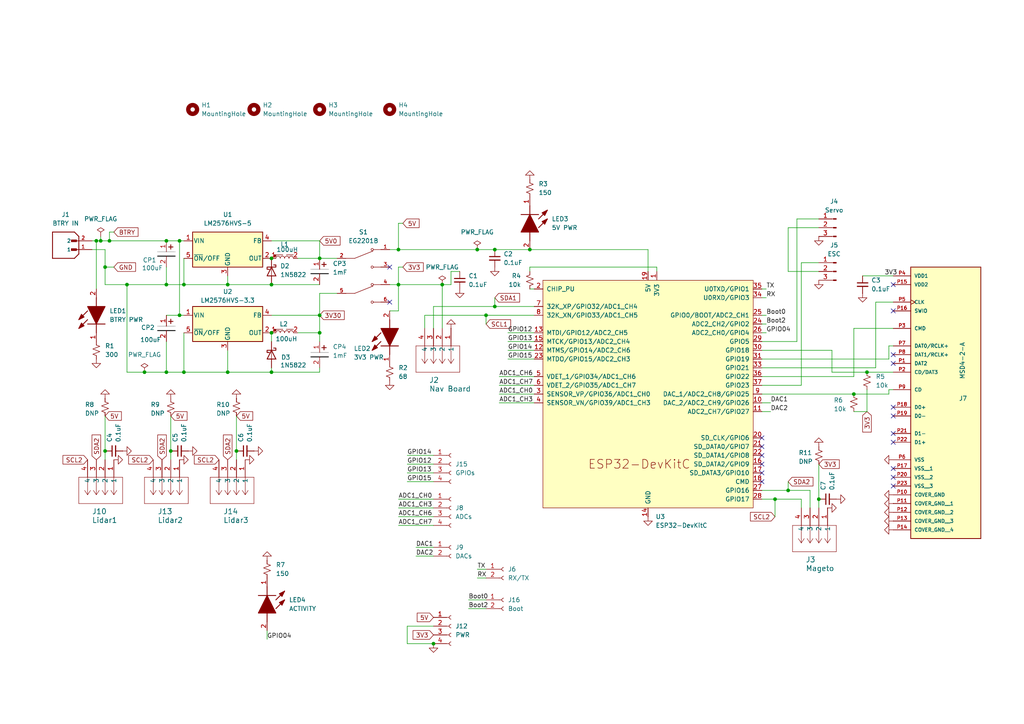
<source format=kicad_sch>
(kicad_sch (version 20231120) (generator "eeschema") (generator_version "8.0")
  (paper "A4")
  (junction (at 224.79 144.78))
  (junction (at 228.6 142.24))
  (junction (at 53.34 107.95))
  (junction (at 251.46 107.95))
  (junction (at 143.51 88.9))
  (junction (at 153.67 72.39))
  (junction (at 52.07 69.85))
  (junction (at 36.83 82.55))
  (junction (at 31.75 69.85))
  (junction (at 68.58 130.81))
  (junction (at 48.26 82.55))
  (junction (at 78.74 82.55))
  (junction (at 66.04 107.95))
  (junction (at 115.57 72.39))
  (junction (at 29.21 69.85))
  (junction (at 53.34 82.55))
  (junction (at 247.65 114.3))
  (junction (at 78.74 107.95))
  (junction (at 30.48 130.81))
  (junction (at 48.26 69.85))
  (junction (at 66.04 82.55))
  (junction (at 92.71 91.44))
  (junction (at 52.07 91.44))
  (junction (at 138.43 72.39))
  (junction (at 49.53 130.81))
  (junction (at 27.94 69.85))
  (junction (at 78.74 96.52))
  (junction (at 237.49 144.78))
  (junction (at 48.26 107.95))
  (junction (at 128.27 82.55))
  (junction (at 143.51 72.39))
  (junction (at 41.91 107.95))
  (junction (at 30.48 77.47))
  (junction (at 125.73 186.69))
  (junction (at 78.74 74.93))
  (junction (at 92.71 96.52))
  (junction (at 92.71 74.93))
  (junction (at 115.57 82.55))
  (junction (at 140.97 91.44))
  (no_connect (at 259.08 125.73))
  (no_connect (at 113.03 87.63))
  (no_connect (at 259.08 138.43))
  (no_connect (at 220.98 139.7))
  (no_connect (at 220.98 132.08))
  (no_connect (at 220.98 137.16))
  (no_connect (at 113.03 77.47))
  (no_connect (at 259.08 90.17))
  (no_connect (at 259.08 120.65))
  (no_connect (at 259.08 102.87))
  (no_connect (at 220.98 129.54))
  (no_connect (at 259.08 140.97))
  (no_connect (at 259.08 118.11))
  (no_connect (at 259.08 82.55))
  (no_connect (at 259.08 135.89))
  (no_connect (at 220.98 127))
  (no_connect (at 259.08 128.27))
  (no_connect (at 220.98 134.62))
  (no_connect (at 259.08 105.41))
  (wire (pts (xy 118.11 137.16) (xy 125.73 137.16)))
  (wire (pts (xy 92.71 96.52) (xy 86.36 96.52)))
  (wire (pts (xy 113.03 72.39) (xy 115.57 72.39)))
  (wire (pts (xy 125.73 88.9) (xy 143.51 88.9)))
  (wire (pts (xy 138.43 165.1) (xy 140.97 165.1)))
  (wire (pts (xy 49.53 120.65) (xy 49.53 130.81)))
  (wire (pts (xy 78.74 91.44) (xy 92.71 91.44)))
  (wire (pts (xy 92.71 91.44) (xy 92.71 96.52)))
  (wire (pts (xy 130.81 82.55) (xy 128.27 82.55)))
  (wire (pts (xy 26.67 69.85) (xy 27.94 69.85)))
  (wire (pts (xy 228.6 78.74) (xy 237.49 78.74)))
  (wire (pts (xy 220.98 96.52) (xy 222.25 96.52)))
  (wire (pts (xy 115.57 147.32) (xy 125.73 147.32)))
  (wire (pts (xy 228.6 142.24) (xy 234.95 142.24)))
  (wire (pts (xy 228.6 139.7) (xy 228.6 142.24)))
  (wire (pts (xy 241.3 101.6) (xy 241.3 107.95)))
  (wire (pts (xy 125.73 95.25) (xy 125.73 88.9)))
  (wire (pts (xy 220.98 116.84) (xy 223.52 116.84)))
  (wire (pts (xy 116.84 77.47) (xy 115.57 77.47)))
  (wire (pts (xy 247.65 109.22) (xy 247.65 95.25)))
  (wire (pts (xy 220.98 106.68) (xy 254 106.68)))
  (wire (pts (xy 66.04 107.95) (xy 78.74 107.95)))
  (wire (pts (xy 232.41 144.78) (xy 232.41 147.32)))
  (wire (pts (xy 237.49 66.04) (xy 228.6 66.04)))
  (wire (pts (xy 78.74 82.55) (xy 92.71 82.55)))
  (wire (pts (xy 53.34 74.93) (xy 53.34 82.55)))
  (wire (pts (xy 66.04 82.55) (xy 78.74 82.55)))
  (wire (pts (xy 116.84 64.77) (xy 115.57 64.77)))
  (wire (pts (xy 220.98 104.14) (xy 257.81 104.14)))
  (wire (pts (xy 123.19 95.25) (xy 123.19 91.44)))
  (wire (pts (xy 237.49 134.62) (xy 237.49 144.78)))
  (wire (pts (xy 115.57 77.47) (xy 115.57 82.55)))
  (wire (pts (xy 31.75 67.31) (xy 31.75 69.85)))
  (wire (pts (xy 231.14 63.5) (xy 237.49 63.5)))
  (wire (pts (xy 144.78 116.84) (xy 154.94 116.84)))
  (wire (pts (xy 33.02 77.47) (xy 30.48 77.47)))
  (wire (pts (xy 220.98 142.24) (xy 228.6 142.24)))
  (wire (pts (xy 257.81 114.3) (xy 257.81 113.03)))
  (wire (pts (xy 257.81 113.03) (xy 259.08 113.03)))
  (wire (pts (xy 234.95 142.24) (xy 234.95 147.32)))
  (wire (pts (xy 78.74 107.95) (xy 78.74 106.68)))
  (wire (pts (xy 115.57 149.86) (xy 125.73 149.86)))
  (wire (pts (xy 144.78 114.3) (xy 154.94 114.3)))
  (wire (pts (xy 153.67 72.39) (xy 187.96 72.39)))
  (wire (pts (xy 68.58 130.81) (xy 68.58 133.35)))
  (wire (pts (xy 30.48 82.55) (xy 36.83 82.55)))
  (wire (pts (xy 118.11 134.62) (xy 125.73 134.62)))
  (wire (pts (xy 118.11 186.69) (xy 125.73 186.69)))
  (wire (pts (xy 224.79 149.86) (xy 224.79 144.78)))
  (wire (pts (xy 120.65 158.75) (xy 125.73 158.75)))
  (wire (pts (xy 247.65 114.3) (xy 257.81 114.3)))
  (wire (pts (xy 133.35 78.74) (xy 130.81 78.74)))
  (wire (pts (xy 48.26 99.06) (xy 48.26 107.95)))
  (wire (pts (xy 135.89 173.99) (xy 140.97 173.99)))
  (wire (pts (xy 190.5 77.47) (xy 190.5 78.74)))
  (wire (pts (xy 128.27 95.25) (xy 128.27 82.55)))
  (wire (pts (xy 231.14 63.5) (xy 231.14 99.06)))
  (wire (pts (xy 27.94 69.85) (xy 27.94 83.82)))
  (wire (pts (xy 138.43 72.39) (xy 143.51 72.39)))
  (wire (pts (xy 144.78 111.76) (xy 154.94 111.76)))
  (wire (pts (xy 115.57 144.78) (xy 125.73 144.78)))
  (wire (pts (xy 48.26 82.55) (xy 53.34 82.55)))
  (wire (pts (xy 228.6 66.04) (xy 228.6 78.74)))
  (wire (pts (xy 118.11 181.61) (xy 118.11 186.69)))
  (wire (pts (xy 220.98 86.36) (xy 222.25 86.36)))
  (wire (pts (xy 78.74 96.52) (xy 78.74 99.06)))
  (wire (pts (xy 143.51 88.9) (xy 154.94 88.9)))
  (wire (pts (xy 48.26 107.95) (xy 53.34 107.95)))
  (wire (pts (xy 68.58 120.65) (xy 68.58 130.81)))
  (wire (pts (xy 30.48 130.81) (xy 30.48 133.35)))
  (wire (pts (xy 224.79 144.78) (xy 232.41 144.78)))
  (wire (pts (xy 250.19 80.01) (xy 259.08 80.01)))
  (wire (pts (xy 153.67 77.47) (xy 190.5 77.47)))
  (wire (pts (xy 78.74 107.95) (xy 92.71 107.95)))
  (wire (pts (xy 220.98 83.82) (xy 222.25 83.82)))
  (wire (pts (xy 113.03 90.17) (xy 115.57 90.17)))
  (wire (pts (xy 231.14 99.06) (xy 220.98 99.06)))
  (wire (pts (xy 29.21 69.85) (xy 31.75 69.85)))
  (wire (pts (xy 115.57 90.17) (xy 115.57 82.55)))
  (wire (pts (xy 48.26 69.85) (xy 52.07 69.85)))
  (wire (pts (xy 36.83 107.95) (xy 36.83 82.55)))
  (wire (pts (xy 53.34 96.52) (xy 53.34 107.95)))
  (wire (pts (xy 130.81 78.74) (xy 130.81 82.55)))
  (wire (pts (xy 92.71 107.95) (xy 92.71 106.68)))
  (wire (pts (xy 220.98 101.6) (xy 241.3 101.6)))
  (wire (pts (xy 135.89 176.53) (xy 140.97 176.53)))
  (wire (pts (xy 251.46 107.95) (xy 259.08 107.95)))
  (wire (pts (xy 115.57 64.77) (xy 115.57 72.39)))
  (wire (pts (xy 52.07 69.85) (xy 53.34 69.85)))
  (wire (pts (xy 138.43 167.64) (xy 140.97 167.64)))
  (wire (pts (xy 53.34 107.95) (xy 66.04 107.95)))
  (wire (pts (xy 30.48 77.47) (xy 30.48 82.55)))
  (wire (pts (xy 147.32 99.06) (xy 154.94 99.06)))
  (wire (pts (xy 123.19 91.44) (xy 140.97 91.44)))
  (wire (pts (xy 147.32 96.52) (xy 154.94 96.52)))
  (wire (pts (xy 257.81 104.14) (xy 257.81 100.33)))
  (wire (pts (xy 92.71 69.85) (xy 92.71 74.93)))
  (wire (pts (xy 33.02 67.31) (xy 31.75 67.31)))
  (wire (pts (xy 66.04 101.6) (xy 66.04 107.95)))
  (wire (pts (xy 220.98 114.3) (xy 247.65 114.3)))
  (wire (pts (xy 125.73 181.61) (xy 118.11 181.61)))
  (wire (pts (xy 115.57 152.4) (xy 125.73 152.4)))
  (wire (pts (xy 29.21 68.58) (xy 29.21 69.85)))
  (wire (pts (xy 232.41 76.2) (xy 232.41 111.76)))
  (wire (pts (xy 92.71 85.09) (xy 92.71 91.44)))
  (wire (pts (xy 232.41 76.2) (xy 237.49 76.2)))
  (wire (pts (xy 247.65 95.25) (xy 259.08 95.25)))
  (wire (pts (xy 49.53 130.81) (xy 49.53 133.35)))
  (wire (pts (xy 48.26 91.44) (xy 52.07 91.44)))
  (wire (pts (xy 143.51 86.36) (xy 143.51 88.9)))
  (wire (pts (xy 30.48 120.65) (xy 30.48 130.81)))
  (wire (pts (xy 237.49 144.78) (xy 237.49 147.32)))
  (wire (pts (xy 220.98 93.98) (xy 222.25 93.98)))
  (wire (pts (xy 147.32 104.14) (xy 154.94 104.14)))
  (wire (pts (xy 220.98 119.38) (xy 223.52 119.38)))
  (wire (pts (xy 147.32 101.6) (xy 154.94 101.6)))
  (wire (pts (xy 66.04 80.01) (xy 66.04 82.55)))
  (wire (pts (xy 77.47 182.88) (xy 77.47 185.42)))
  (wire (pts (xy 52.07 69.85) (xy 52.07 91.44)))
  (wire (pts (xy 97.79 85.09) (xy 92.71 85.09)))
  (wire (pts (xy 140.97 93.98) (xy 140.97 91.44)))
  (wire (pts (xy 36.83 82.55) (xy 48.26 82.55)))
  (wire (pts (xy 48.26 107.95) (xy 41.91 107.95)))
  (wire (pts (xy 86.36 74.93) (xy 92.71 74.93)))
  (wire (pts (xy 118.11 139.7) (xy 125.73 139.7)))
  (wire (pts (xy 92.71 99.06) (xy 92.71 96.52)))
  (wire (pts (xy 251.46 119.38) (xy 247.65 119.38)))
  (wire (pts (xy 254 87.63) (xy 259.08 87.63)))
  (wire (pts (xy 241.3 107.95) (xy 251.46 107.95)))
  (wire (pts (xy 41.91 107.95) (xy 36.83 107.95)))
  (wire (pts (xy 118.11 132.08) (xy 125.73 132.08)))
  (wire (pts (xy 115.57 72.39) (xy 138.43 72.39)))
  (wire (pts (xy 220.98 109.22) (xy 247.65 109.22)))
  (wire (pts (xy 30.48 72.39) (xy 30.48 77.47)))
  (wire (pts (xy 31.75 69.85) (xy 48.26 69.85)))
  (wire (pts (xy 220.98 91.44) (xy 222.25 91.44)))
  (wire (pts (xy 144.78 109.22) (xy 154.94 109.22)))
  (wire (pts (xy 120.65 161.29) (xy 125.73 161.29)))
  (wire (pts (xy 143.51 72.39) (xy 153.67 72.39)))
  (wire (pts (xy 187.96 72.39) (xy 187.96 78.74)))
  (wire (pts (xy 254 106.68) (xy 254 87.63)))
  (wire (pts (xy 92.71 74.93) (xy 97.79 74.93)))
  (wire (pts (xy 78.74 69.85) (xy 92.71 69.85)))
  (wire (pts (xy 27.94 69.85) (xy 29.21 69.85)))
  (wire (pts (xy 220.98 144.78) (xy 224.79 144.78)))
  (wire (pts (xy 115.57 82.55) (xy 128.27 82.55)))
  (wire (pts (xy 115.57 82.55) (xy 113.03 82.55)))
  (wire (pts (xy 153.67 83.82) (xy 154.94 83.82)))
  (wire (pts (xy 26.67 72.39) (xy 30.48 72.39)))
  (wire (pts (xy 48.26 77.47) (xy 48.26 82.55)))
  (wire (pts (xy 257.81 100.33) (xy 259.08 100.33)))
  (wire (pts (xy 52.07 91.44) (xy 53.34 91.44)))
  (wire (pts (xy 53.34 82.55) (xy 66.04 82.55)))
  (wire (pts (xy 232.41 111.76) (xy 220.98 111.76)))
  (wire (pts (xy 140.97 91.44) (xy 154.94 91.44)))
  (wire (pts (xy 153.67 78.74) (xy 153.67 77.47)))
  (wire (pts (xy 251.46 113.03) (xy 251.46 119.38)))
  (label "GPIO14" (at 118.11 132.08 0))
  (label "RX" (at 138.43 167.64 0))
  (label "GPIO13" (at 118.11 137.16 0))
  (label "Boot2" (at 135.89 176.53 0))
  (label "ADC1_CH0" (at 115.57 144.78 0))
  (label "GPIO15" (at 118.11 139.7 0))
  (label "Boot2" (at 222.25 93.98 0))
  (label "RX" (at 222.25 86.36 0))
  (label "GPIO12" (at 118.11 134.62 0))
  (label "ADC1_CH6" (at 144.78 109.22 0))
  (label "Boot0" (at 222.25 91.44 0))
  (label "DAC2" (at 120.65 161.29 0))
  (label "TX" (at 138.43 165.1 0))
  (label "GPIO15" (at 147.32 104.14 0))
  (label "DAC1" (at 120.65 158.75 0))
  (label "TX" (at 222.25 83.82 0))
  (label "Boot0" (at 135.89 173.99 0))
  (label "GPIO04" (at 222.25 96.52 0))
  (label "ADC1_CH3" (at 144.78 116.84 0))
  (label "ADC1_CH7" (at 115.57 152.4 0))
  (label "GPIO04" (at 77.47 185.42 0))
  (label "DAC1" (at 223.52 116.84 0))
  (label "GPIO12" (at 147.32 96.52 0))
  (label "ADC1_CH0" (at 144.78 114.3 0))
  (label "3V3" (at 256.54 80.01 0))
  (label "ADC1_CH7" (at 144.78 111.76 0))
  (label "ADC1_CH3" (at 115.57 147.32 0))
  (label "GPIO13" (at 147.32 99.06 0))
  (label "ADC1_CH6" (at 115.57 149.86 0))
  (label "DAC2" (at 223.52 119.38 0))
  (label "GPIO14" (at 147.32 101.6 0))
  (global_label "3V3" (shape input) (at 237.49 134.62 0) (property "Intersheetrefs" "${INTERSHEET_REFS}" (effects (hide yes))))
  (global_label "3V30" (shape input) (at 92.71 91.44 0) (property "Intersheetrefs" "${INTERSHEET_REFS}" (effects (hide yes))))
  (global_label "5V" (shape input) (at 30.48 120.65 0) (property "Intersheetrefs" "${INTERSHEET_REFS}" (effects (hide yes))))
  (global_label "SCL2" (shape input) (at 44.45 133.35 180) (property "Intersheetrefs" "${INTERSHEET_REFS}" (effects (hide yes))))
  (global_label "SDA2" (shape input) (at 228.6 139.7 0) (property "Intersheetrefs" "${INTERSHEET_REFS}" (effects (hide yes))))
  (global_label "SCL2" (shape input) (at 25.4 133.35 180) (property "Intersheetrefs" "${INTERSHEET_REFS}" (effects (hide yes))))
  (global_label "3V3" (shape input) (at 116.84 77.47 0) (property "Intersheetrefs" "${INTERSHEET_REFS}" (effects (hide yes))))
  (global_label "5V0" (shape input) (at 92.71 69.85 0) (property "Intersheetrefs" "${INTERSHEET_REFS}" (effects (hide yes))))
  (global_label "GND" (shape input) (at 33.02 77.47 0) (property "Intersheetrefs" "${INTERSHEET_REFS}" (effects (hide yes))))
  (global_label "SCL2" (shape input) (at 63.5 133.35 180) (property "Intersheetrefs" "${INTERSHEET_REFS}" (effects (hide yes))))
  (global_label "SDA1" (shape input) (at 143.51 86.36 0) (property "Intersheetrefs" "${INTERSHEET_REFS}" (effects (hide yes))))
  (global_label "SDA2" (shape input) (at 46.99 133.35 90) (property "Intersheetrefs" "${INTERSHEET_REFS}" (effects (hide yes))))
  (global_label "5V" (shape input) (at 68.58 120.65 0) (property "Intersheetrefs" "${INTERSHEET_REFS}" (effects (hide yes))))
  (global_label "SCL1" (shape input) (at 140.97 93.98 0) (property "Intersheetrefs" "${INTERSHEET_REFS}" (effects (hide yes))))
  (global_label "5V" (shape input) (at 116.84 64.77 0) (property "Intersheetrefs" "${INTERSHEET_REFS}" (effects (hide yes))))
  (global_label "SCL2" (shape input) (at 224.79 149.86 180) (property "Intersheetrefs" "${INTERSHEET_REFS}" (effects (hide yes))))
  (global_label "BTRY" (shape input) (at 33.02 67.31 0) (property "Intersheetrefs" "${INTERSHEET_REFS}" (effects (hide yes))))
  (global_label "5V" (shape input) (at 49.53 120.65 0) (property "Intersheetrefs" "${INTERSHEET_REFS}" (effects (hide yes))))
  (global_label "3V3" (shape input) (at 251.46 119.38 270) (property "Intersheetrefs" "${INTERSHEET_REFS}" (effects (hide yes))))
  (global_label "3V3" (shape input) (at 125.73 184.15 180) (property "Intersheetrefs" "${INTERSHEET_REFS}" (effects (hide yes))))
  (global_label "SDA2" (shape input) (at 66.04 133.35 90) (property "Intersheetrefs" "${INTERSHEET_REFS}" (effects (hide yes))))
  (global_label "SDA2" (shape input) (at 27.94 133.35 90) (property "Intersheetrefs" "${INTERSHEET_REFS}" (effects (hide yes))))
  (global_label "5V" (shape input) (at 125.73 179.07 180) (property "Intersheetrefs" "${INTERSHEET_REFS}" (effects (hide yes))))
  (symbol (lib_id "Device:C_Small") (at 52.07 130.81 90) (unit 1)
    (property "Reference" "C5" (at 50.8062 128.27 0) (effects (justify left)))
    (property "Value" "0.1uF" (at 53.3462 128.27 0) (effects (justify left)))
    (property "Footprint" "Capacitor_SMD:C_1206_3216Metric_Pad1.33x1.80mm_HandSolder" (effects (hide yes)))
    (property "Description" "Unpolarized capacitor, small symbol" (effects (hide yes)))
  )
  (symbol (lib_id "Device:C_Small") (at 250.19 82.55 0) (unit 1)
    (property "Reference" "C3" (at 252.73 81.2862 0) (effects (justify left)))
    (property "Value" "0.1uF" (at 252.73 83.8262 0) (effects (justify left)))
    (property "Footprint" "Capacitor_SMD:C_1206_3216Metric_Pad1.33x1.80mm_HandSolder" (effects (hide yes)))
    (property "Description" "Unpolarized capacitor, small symbol" (effects (hide yes)))
  )
  (symbol (lib_id "power:GND") (at 259.08 151.13 270) (unit 1)
    (property "Reference" "#PWR011" (effects (hide yes)))
    (property "Value" "GND" (effects (hide yes)))
    (property "Description" "Power symbol creates a global label with name \"GND\" , ground" (effects (hide yes)))
  )
  (symbol (lib_id "power:GND") (at 113.03 110.49 0) (unit 1)
    (property "Reference" "#PWR02" (effects (hide yes)))
    (property "Value" "GND" (effects (hide yes)))
    (property "Description" "Power symbol creates a global label with name \"GND\" , ground" (effects (hide yes)))
  )
  (symbol (lib_id "Device:C_Small") (at 240.03 144.78 90) (unit 1)
    (property "Reference" "C7" (at 238.7662 142.24 0) (effects (justify left)))
    (property "Value" "0.1uF" (at 241.3062 142.24 0) (effects (justify left)))
    (property "Footprint" "Capacitor_SMD:C_1206_3216Metric_Pad1.33x1.80mm_HandSolder" (effects (hide yes)))
    (property "Description" "Unpolarized capacitor, small symbol" (effects (hide yes)))
  )
  (symbol (lib_id "Mechanical:MountingHole") (at 73.66 31.75 0) (unit 1) (exclude_from_sim yes) (in_bom no)
    (property "Reference" "H2" (at 76.2 30.4799 0) (effects (justify left)))
    (property "Value" "MountingHole" (at 76.2 33.0199 0) (effects (justify left)))
    (property "Footprint" "MountingHole:MountingHole_3.2mm_M3" (effects (hide yes)))
    (property "Description" "Mounting Hole without connection" (effects (hide yes)))
  )
  (symbol (lib_id "power:GND") (at 259.08 143.51 270) (unit 1)
    (property "Reference" "#PWR014" (effects (hide yes)))
    (property "Value" "GND" (effects (hide yes)))
    (property "Description" "Power symbol creates a global label with name \"GND\" , ground" (effects (hide yes)))
  )
  (symbol (lib_id "Mechanical:MountingHole") (at 92.71 31.75 0) (unit 1) (exclude_from_sim yes) (in_bom no)
    (property "Reference" "H3" (at 95.25 30.4799 0) (effects (justify left)))
    (property "Value" "MountingHole" (at 95.25 33.0199 0) (effects (justify left)))
    (property "Footprint" "MountingHole:MountingHole_3.2mm_M3" (effects (hide yes)))
    (property "Description" "Mounting Hole without connection" (effects (hide yes)))
  )
  (symbol (lib_id "Device:C_Small") (at 143.51 74.93 0) (unit 1)
    (property "Reference" "C2" (at 146.05 73.6662 0) (effects (justify left)))
    (property "Value" "0.1uF" (at 146.05 76.2062 0) (effects (justify left)))
    (property "Footprint" "Capacitor_SMD:C_1206_3216Metric_Pad1.33x1.80mm_HandSolder" (effects (hide yes)))
    (property "Description" "Unpolarized capacitor, small symbol" (effects (hide yes)))
  )
  (symbol (lib_id "power:GND") (at 237.49 129.54 180) (unit 1)
    (property "Reference" "#PWR029" (effects (hide yes)))
    (property "Value" "GND" (effects (hide yes)))
    (property "Description" "Power symbol creates a global label with name \"GND\" , ground" (effects (hide yes)))
  )
  (symbol (lib_id "Connector:Conn_01x04_Socket") (at 130.81 134.62 0) (unit 1)
    (property "Reference" "J15" (at 132.08 134.6199 0) (effects (justify left)))
    (property "Value" "GPIOs" (at 132.08 137.1599 0) (effects (justify left)))
    (property "Footprint" "Connector_PinSocket_2.54mm:PinSocket_1x04_P2.54mm_Vertical" (effects (hide yes)))
    (property "Description" "Generic connector, single row, 01x04, script generated" (effects (hide yes)))
  )
  (symbol (lib_id "quiic_jst:SM04B-SRSS-TB") (at 52.07 133.35 270) (unit 1)
    (property "Reference" "J13" (at 45.72 148.336 90) (effects (font (size 1.524 1.524)) (justify left)))
    (property "Value" "Lidar2" (at 45.72 150.876 90) (effects (font (size 1.524 1.524)) (justify left)))
    (property "Footprint" "quiic_jst:CONN_SM04B-SRSS-TB_JST" (effects (hide yes)))
    (property "Datasheet" "SM04B-SRSS-TB" (effects (hide yes)))
  )
  (symbol (lib_id "power:GND") (at 35.56 130.81 90) (unit 1)
    (property "Reference" "#PWR026" (effects (hide yes)))
    (property "Value" "GND" (effects (hide yes)))
    (property "Description" "Power symbol creates a global label with name \"GND\" , ground" (effects (hide yes)))
  )
  (symbol (lib_id "Everlight_LED_1206:EAST3215BA3") (at 27.94 99.06 90) (unit 1)
    (property "Reference" "LED1" (at 31.75 90.1699 90) (effects (justify right)))
    (property "Value" "BTRY PWR" (at 31.75 92.7099 90) (effects (justify right)))
    (property "Footprint" "LED_SMD:LED_1206_3216Metric_Pad1.42x1.75mm_HandSolder" (effects (hide yes)))
    (property "Description" "LED Uni-Color Blue 468nm 2-Pin SMD-B T/R" (effects (hide yes)))
    (property "Height" "1.1" (effects (hide yes)))
    (property "Mouser Part Number" "638-EAST3215BA3" (effects (hide yes)))
    (property "Mouser Price/Stock" "https://www.mouser.co.uk/ProductDetail/Everlight/EAST3215BA3?qs=hE2b9RNHrswgbOohQBRGwQ%3D%3D" (effects (hide yes)))
    (property "Manufacturer_Name" "Everlight" (effects (hide yes)))
    (property "Manufacturer_Part_Number" "EAST3215BA3" (effects (hide yes)))
  )
  (symbol (lib_id "Connector:Conn_01x04_Socket") (at 130.81 181.61 0) (unit 1)
    (property "Reference" "J12" (at 132.08 181.6099 0) (effects (justify left)))
    (property "Value" "PWR" (at 132.08 184.1499 0) (effects (justify left)))
    (property "Footprint" "Connector_PinSocket_2.54mm:PinSocket_1x04_P2.54mm_Vertical" (effects (hide yes)))
    (property "Description" "Generic connector, single row, 01x04, script generated" (effects (hide yes)))
  )
  (symbol (lib_id "WE-ASLI:D12.5L14_865080462016") (at 92.71 102.87 90) (mirror x) (unit 1)
    (property "Reference" "CP4" (at 96.52 100.5839 90) (effects (justify right)))
    (property "Value" "1mF" (at 96.52 103.1239 90) (effects (justify right)))
    (property "Footprint" "WurthE:CP_Wurth_WCAP-ASLI-D12.5L14" (effects (hide yes)))
    (property "Datasheet" "https://www.we-online.com/catalog/datasheet/865080462016.pdf?ki" (effects (hide yes)))
    (property "Description" "Aluminum Electrolytic Capacitors Low Impedance +105 °C" (effects (hide yes)))
    (property "Manufacturer" "Wurth Elektronik" (effects (hide yes)))
    (property "Manufacturer URL" "https://www.we-online.com" (effects (hide yes)))
    (property "Published Date" "20241231" (effects (hide yes)))
    (property "Match Code" "WCAP-ASLI" (effects (hide yes)))
    (property "Part Number" "865080462016" (effects (hide yes)))
    (property "Size" "D12.5L14" (effects (hide yes)))
    (property "Mounting Technology" "SMT" (effects (hide yes)))
    (property "C" "1000 µF" (effects (hide yes)))
    (property "VR (V (DC))" "25.0" (effects (hide yes)))
    (property "Endurance (h)" "5000" (effects (hide yes)))
    (property "Operating Temperature" "-55 °C up to +105 °C" (effects (hide yes)))
    (property "IRIPPLE (mA)" "1100.0" (effects (hide yes)))
    (property "Z (mΩ)" "80" (effects (hide yes)))
    (property "ILeak (µA)" "250.0" (effects (hide yes)))
    (property "DF (%)" "14" (effects (hide yes)))
    (property "Ø D (mm)" "12.5" (effects (hide yes)))
    (property "L (mm)" "14.0" (effects (hide yes)))
  )
  (symbol (lib_id "power:PWR_FLAG") (at 41.91 107.95 0) (unit 1)
    (property "Reference" "#FLG02" (effects (hide yes)))
    (property "Value" "PWR_FLAG" (at 41.91 102.87 0))
    (property "Description" "Special symbol for telling ERC where power comes from" (effects (hide yes)))
  )
  (symbol (lib_id "Device:R_Small_US") (at 30.48 118.11 0) (unit 1)
    (property "Reference" "R8" (at 24.638 117.348 0) (effects (justify left)))
    (property "Value" "DNP" (at 24.638 119.888 0) (effects (justify left)))
    (property "Footprint" "Resistor_SMD:R_1206_3216Metric_Pad1.30x1.75mm_HandSolder" (effects (hide yes)))
    (property "Description" "Resistor, small US symbol" (effects (hide yes)))
  )
  (symbol (lib_id "power:PWR_FLAG") (at 128.27 82.55 0) (unit 1)
    (property "Reference" "#FLG03" (effects (hide yes)))
    (property "Value" "PWR_FLAG" (at 128.27 77.47 0))
    (property "Description" "Special symbol for telling ERC where power comes from" (effects (hide yes)))
  )
  (symbol (lib_id "power:GND") (at 27.94 104.14 0) (unit 1)
    (property "Reference" "#PWR01" (effects (hide yes)))
    (property "Value" "GND" (effects (hide yes)))
    (property "Description" "Power symbol creates a global label with name \"GND\" , ground" (effects (hide yes)))
  )
  (symbol (lib_id "power:GND") (at 242.57 144.78 90) (unit 1)
    (property "Reference" "#PWR030" (effects (hide yes)))
    (property "Value" "GND" (effects (hide yes)))
    (property "Description" "Power symbol creates a global label with name \"GND\" , ground" (effects (hide yes)))
  )
  (symbol (lib_id "Device:R_Small_US") (at 153.67 81.28 0) (mirror y) (unit 1)
    (property "Reference" "R4" (at 151.13 80.0099 0) (effects (justify left)))
    (property "Value" "10k" (at 151.13 82.5499 0) (effects (justify left)))
    (property "Footprint" "Resistor_SMD:R_1206_3216Metric_Pad1.30x1.75mm_HandSolder" (effects (hide yes)))
    (property "Description" "Resistor, small US symbol" (effects (hide yes)))
  )
  (symbol (lib_id "power:GND") (at 187.96 149.86 0) (unit 1)
    (property "Reference" "#PWR07" (effects (hide yes)))
    (property "Value" "GND" (effects (hide yes)))
    (property "Description" "Power symbol creates a global label with name \"GND\" , ground" (effects (hide yes)))
  )
  (symbol (lib_id "Diode:1N5822") (at 78.74 102.87 270) (unit 1)
    (property "Reference" "D3" (at 81.534 103.632 90) (effects (justify left)))
    (property "Value" "1N5822" (at 81.28 105.918 90) (effects (justify left)))
    (property "Footprint" "Diode_THT:D_DO-201AD_P15.24mm_Horizontal" (effects (hide yes)))
    (property "Datasheet" "http://www.vishay.com/docs/88526/1n5820.pdf" (effects (hide yes)))
    (property "Description" "40V 3A Schottky Barrier Rectifier Diode, DO-201AD" (effects (hide yes)))
  )
  (symbol (lib_id "SD_CUI:MSD4-2-A") (at 274.32 107.95 0) (unit 1)
    (property "Reference" "J7" (at 278.13 115.57 0) (effects (justify left)))
    (property "Value" "MSD4-2-A" (at 279.146 109.982 90) (effects (justify left)))
    (property "Footprint" "microsd:CUI_MSD4-2-A" (effects (hide yes)))
    (property "PARTREV" "1.0" (effects (hide yes)))
    (property "STANDARD" "Manufacturer Recommendations" (effects (hide yes)))
    (property "MAXIMUM_PACKAGE_HEIGHT" "1.87mm" (effects (hide yes)))
    (property "MANUFACTURER" "CUI Devices" (effects (hide yes)))
  )
  (symbol (lib_id "power:GND") (at 125.73 186.69 0) (unit 1)
    (property "Reference" "#PWR019" (effects (hide yes)))
    (property "Value" "GND" (effects (hide yes)))
    (property "Description" "Power symbol creates a global label with name \"GND\" , ground" (effects (hide yes)))
  )
  (symbol (lib_id "JST_XH-A:B2B-XH-A") (at 19.05 69.85 180) (unit 1)
    (property "Reference" "J1" (at 19.05 62.23 0))
    (property "Value" "BTRY IN" (at 19.05 64.77 0))
    (property "Footprint" "jst_xh:JST_B2B-XH-A" (effects (hide yes)))
    (property "PARTREV" "N/A" (effects (hide yes)))
    (property "STANDARD" "Manufacturer Recommendations" (effects (hide yes)))
    (property "MAXIMUM_PACKAGE_HEIGHT" "7 mm" (effects (hide yes)))
    (property "MANUFACTURER" "JST Sales America Inc." (effects (hide yes)))
  )
  (symbol (lib_id "power:GND") (at 143.51 77.47 0) (unit 1)
    (property "Reference" "#PWR06" (effects (hide yes)))
    (property "Value" "GND" (effects (hide yes)))
    (property "Description" "Power symbol creates a global label with name \"GND\" , ground" (effects (hide yes)))
  )
  (symbol (lib_id "Device:R_Small_US") (at 251.46 110.49 0) (unit 1)
    (property "Reference" "R5" (at 254 109.2199 0) (effects (justify left)))
    (property "Value" "10k" (at 254 111.7599 0) (effects (justify left)))
    (property "Footprint" "Resistor_SMD:R_1206_3216Metric_Pad1.30x1.75mm_HandSolder" (effects (hide yes)))
    (property "Description" "Resistor, small US symbol" (effects (hide yes)))
  )
  (symbol (lib_id "Regulator_Switching:LM2576HVS-5") (at 66.04 72.39 0) (unit 1)
    (property "Reference" "U1" (at 66.04 62.23 0))
    (property "Value" "LM2576HVS-5" (at 66.04 64.77 0))
    (property "Footprint" "Package_TO_SOT_SMD:TO-263-5_TabPin3" (effects (hide yes)))
    (property "Datasheet" "http://www.ti.com/lit/ds/symlink/lm2576.pdf" (effects (hide yes)))
    (property "Description" "5V 3A, SIMPLE SWITCHER® Step-Down Voltage Regulator, High Voltage Input, TO-263" (effects (hide yes)))
  )
  (symbol (lib_id "power:GND") (at 30.48 115.57 180) (unit 1)
    (property "Reference" "#PWR023" (effects (hide yes)))
    (property "Value" "GND" (effects (hide yes)))
    (property "Description" "Power symbol creates a global label with name \"GND\" , ground" (effects (hide yes)))
  )
  (symbol (lib_id "Device:R_Small_US") (at 113.03 107.95 0) (unit 1)
    (property "Reference" "R2" (at 115.57 106.6799 0) (effects (justify left)))
    (property "Value" "68" (at 115.57 109.2199 0) (effects (justify left)))
    (property "Footprint" "Resistor_SMD:R_1206_3216Metric_Pad1.30x1.75mm_HandSolder" (effects (hide yes)))
    (property "Description" "Resistor, small US symbol" (effects (hide yes)))
  )
  (symbol (lib_id "SW_eswitch_dpdt_eg2201:EG2201B") (at 105.41 80.01 0) (unit 1)
    (property "Reference" "S1" (at 105.41 67.31 0))
    (property "Value" "EG2201B" (at 105.41 69.85 0))
    (property "Footprint" "switch_eg2201_dpdt:SW_EG2201B" (effects (hide yes)))
    (property "PARTREV" "C" (effects (hide yes)))
    (property "STANDARD" "Manufacturer Recommendations" (effects (hide yes)))
    (property "SNAPEDA_PN" "EG2201B" (effects (hide yes)))
    (property "MAXIMUM_PACKAGE_HEIGHT" "17 mm" (effects (hide yes)))
    (property "MANUFACTURER" "E-Switch" (effects (hide yes)))
  )
  (symbol (lib_id "WE-ASLI:D12.5L14_865080462016") (at 92.71 78.74 90) (mirror x) (unit 1)
    (property "Reference" "CP3" (at 96.52 76.4539 90) (effects (justify right)))
    (property "Value" "1mF" (at 96.52 78.9939 90) (effects (justify right)))
    (property "Footprint" "WurthE:CP_Wurth_WCAP-ASLI-D12.5L14" (effects (hide yes)))
    (property "Datasheet" "https://www.we-online.com/catalog/datasheet/865080462016.pdf?ki" (effects (hide yes)))
    (property "Description" "Aluminum Electrolytic Capacitors Low Impedance +105 °C" (effects (hide yes)))
    (property "Manufacturer" "Wurth Elektronik" (effects (hide yes)))
    (property "Manufacturer URL" "https://www.we-online.com" (effects (hide yes)))
    (property "Published Date" "20241231" (effects (hide yes)))
    (property "Match Code" "WCAP-ASLI" (effects (hide yes)))
    (property "Part Number" "865080462016" (effects (hide yes)))
    (property "Size" "D12.5L14" (effects (hide yes)))
    (property "Mounting Technology" "SMT" (effects (hide yes)))
    (property "C" "1000 µF" (effects (hide yes)))
    (property "VR (V (DC))" "25.0" (effects (hide yes)))
    (property "Endurance (h)" "5000" (effects (hide yes)))
    (property "Operating Temperature" "-55 °C up to +105 °C" (effects (hide yes)))
    (property "IRIPPLE (mA)" "1100.0" (effects (hide yes)))
    (property "Z (mΩ)" "80" (effects (hide yes)))
    (property "ILeak (µA)" "250.0" (effects (hide yes)))
    (property "DF (%)" "14" (effects (hide yes)))
    (property "Ø D (mm)" "12.5" (effects (hide yes)))
    (property "L (mm)" "14.0" (effects (hide yes)))
  )
  (symbol (lib_id "WurthE:D5L5.5_875105242010") (at 48.26 95.25 90) (mirror x) (unit 1)
    (property "Reference" "CP2" (at 40.894 94.996 90) (effects (justify right)))
    (property "Value" "100uF" (at 40.64 98.552 90) (effects (justify right)))
    (property "Footprint" "WurthE:CP_Wurth_WCAP-PSLP-D5L5.5" (effects (hide yes)))
    (property "Datasheet" "https://www.we-online.com/catalog/datasheet/875105242010.pdf?ki" (effects (hide yes)))
    (property "Description" "Aluminum Polymer Capacitors Low Profile" (effects (hide yes)))
    (property "Manufacturer" "Wurth Elektronik" (effects (hide yes)))
    (property "Manufacturer URL" "https://www.we-online.com" (effects (hide yes)))
    (property "Published Date" "20250102" (effects (hide yes)))
    (property "Match Code" "WCAP-PSLP" (effects (hide yes)))
    (property "Part Number" "875105242010" (effects (hide yes)))
    (property "Size" "D5L5.5" (effects (hide yes)))
    (property "Mounting Technology" "SMT" (effects (hide yes)))
    (property "Endurance (h)" "2000" (effects (hide yes)))
    (property "Operating Temperature" "-55 °C up to +105 °C" (effects (hide yes)))
    (property "IRIPPLE (mA)" "1970" (effects (hide yes)))
    (property "RESR (mΩ)" "30" (effects (hide yes)))
    (property "ILeak (µA)" "300" (effects (hide yes)))
    (property "DF (%)" "8" (effects (hide yes)))
    (property "Ø D (mm)" "5.0" (effects (hide yes)))
    (property "L (mm)" "5.5" (effects (hide yes)))
  )
  (symbol (lib_id "power:GND") (at 259.08 133.35 270) (unit 1)
    (property "Reference" "#PWR015" (effects (hide yes)))
    (property "Value" "GND" (effects (hide yes)))
    (property "Description" "Power symbol creates a global label with name \"GND\" , ground" (effects (hide yes)))
  )
  (symbol (lib_id "power:PWR_FLAG") (at 138.43 72.39 0) (unit 1)
    (property "Reference" "#FLG04" (effects (hide yes)))
    (property "Value" "PWR_FLAG" (at 138.43 67.31 0))
    (property "Description" "Special symbol for telling ERC where power comes from" (effects (hide yes)))
  )
  (symbol (lib_id "power:GND") (at 71.12 133.35 90) (unit 1)
    (property "Reference" "#PWR022" (effects (hide yes)))
    (property "Value" "GND" (effects (hide yes)))
    (property "Description" "Power symbol creates a global label with name \"GND\" , ground" (effects (hide yes)))
  )
  (symbol (lib_id "power:GND") (at 259.08 146.05 270) (unit 1)
    (property "Reference" "#PWR013" (effects (hide yes)))
    (property "Value" "GND" (effects (hide yes)))
    (property "Description" "Power symbol creates a global label with name \"GND\" , ground" (effects (hide yes)))
  )
  (symbol (lib_id "power:GND") (at 49.53 115.57 180) (unit 1)
    (property "Reference" "#PWR024" (effects (hide yes)))
    (property "Value" "GND" (effects (hide yes)))
    (property "Description" "Power symbol creates a global label with name \"GND\" , ground" (effects (hide yes)))
  )
  (symbol (lib_id "quiic_jst:SM04B-SRSS-TB") (at 33.02 133.35 270) (unit 1)
    (property "Reference" "J10" (at 26.67 148.336 90) (effects (font (size 1.524 1.524)) (justify left)))
    (property "Value" "Lidar1" (at 26.67 150.876 90) (effects (font (size 1.524 1.524)) (justify left)))
    (property "Footprint" "quiic_jst:CONN_SM04B-SRSS-TB_JST" (effects (hide yes)))
    (property "Datasheet" "SM04B-SRSS-TB" (effects (hide yes)))
  )
  (symbol (lib_id "Connector:Conn_01x02_Socket") (at 146.05 173.99 0) (unit 1)
    (property "Reference" "J16" (at 147.32 173.9899 0) (effects (justify left)))
    (property "Value" "Boot" (at 147.32 176.5299 0) (effects (justify left)))
    (property "Footprint" "Connector_PinSocket_2.54mm:PinSocket_1x02_P2.54mm_Vertical" (effects (hide yes)))
    (property "Description" "Generic connector, single row, 01x02, script generated" (effects (hide yes)))
  )
  (symbol (lib_id "Device:R_Small_US") (at 153.67 54.61 180) (unit 1)
    (property "Reference" "R3" (at 156.21 53.3399 0) (effects (justify right)))
    (property "Value" "150" (at 156.21 55.8799 0) (effects (justify right)))
    (property "Footprint" "Resistor_SMD:R_1206_3216Metric_Pad1.30x1.75mm_HandSolder" (effects (hide yes)))
    (property "Description" "Resistor, small US symbol" (effects (hide yes)))
  )
  (symbol (lib_id "Device:R_Small_US") (at 237.49 132.08 0) (unit 1)
    (property "Reference" "R11" (at 231.648 131.318 0) (effects (justify left)))
    (property "Value" "DNP" (at 231.648 133.858 0) (effects (justify left)))
    (property "Footprint" "Resistor_SMD:R_1206_3216Metric_Pad1.30x1.75mm_HandSolder" (effects (hide yes)))
    (property "Description" "Resistor, small US symbol" (effects (hide yes)))
  )
  (symbol (lib_id "power:GND") (at 240.03 147.32 90) (unit 1)
    (property "Reference" "#PWR017" (effects (hide yes)))
    (property "Value" "GND" (effects (hide yes)))
    (property "Description" "Power symbol creates a global label with name \"GND\" , ground" (effects (hide yes)))
  )
  (symbol (lib_id "WurthE_inductors:1245_7447715101") (at 82.55 96.52 0) (unit 1)
    (property "Reference" "L2" (at 82.296 93.98 0))
    (property "Value" "100uH" (at 83.058 98.298 0))
    (property "Footprint" "WE-PD:L_Wurth_WE-PD-1245" (effects (hide yes)))
    (property "Datasheet" "https://www.we-online.com/catalog/datasheet/7447715101.pdf?ki" (effects (hide yes)))
    (property "Description" "WE-PD SMT Power Inductor" (effects (hide yes)))
    (property "Manufacturer" "Wurth Elektronik" (effects (hide yes)))
    (property "Manufacturer URL" "https://www.we-online.com" (effects (hide yes)))
    (property "Published Date" "20241205" (effects (hide yes)))
    (property "Match Code" "WE-PD" (effects (hide yes)))
    (property "Part Number" "7447715101" (effects (hide yes)))
    (property "Size" "1245" (effects (hide yes)))
    (property "Mounting Technology" "SMT" (effects (hide yes)))
    (property "L (µH)" "100.0" (effects (hide yes)))
    (property "IRP,40K (A)" "1.95" (effects (hide yes)))
    (property "ISAT (A)" "1.4" (effects (hide yes)))
    (property "RDC max. (mΩ)" "270.0" (effects (hide yes)))
    (property "fres (MHz)" "6.9" (effects (hide yes)))
    (property "Version" "Standard" (effects (hide yes)))
  )
  (symbol (lib_id "Device:C_Small") (at 71.12 130.81 90) (unit 1)
    (property "Reference" "C6" (at 69.8562 128.27 0) (effects (justify left)))
    (property "Value" "0.1uF" (at 72.3962 128.27 0) (effects (justify left)))
    (property "Footprint" "Capacitor_SMD:C_1206_3216Metric_Pad1.33x1.80mm_HandSolder" (effects (hide yes)))
    (property "Description" "Unpolarized capacitor, small symbol" (effects (hide yes)))
  )
  (symbol (lib_id "Device:R_Small_US") (at 77.47 165.1 180) (unit 1)
    (property "Reference" "R7" (at 80.01 163.8299 0) (effects (justify right)))
    (property "Value" "150" (at 80.01 166.3699 0) (effects (justify right)))
    (property "Footprint" "Resistor_SMD:R_1206_3216Metric_Pad1.30x1.75mm_HandSolder" (effects (hide yes)))
    (property "Description" "Resistor, small US symbol" (effects (hide yes)))
  )
  (symbol (lib_id "power:GND") (at 54.61 130.81 90) (unit 1)
    (property "Reference" "#PWR027" (effects (hide yes)))
    (property "Value" "GND" (effects (hide yes)))
    (property "Description" "Power symbol creates a global label with name \"GND\" , ground" (effects (hide yes)))
  )
  (symbol (lib_id "Everlight_LED_1206:EAST3215BA3") (at 77.47 167.64 270) (unit 1)
    (property "Reference" "LED4" (at 83.82 173.9899 90) (effects (justify left)))
    (property "Value" "ACTIVITY" (at 83.82 176.5299 90) (effects (justify left)))
    (property "Footprint" "LED_SMD:LED_1206_3216Metric_Pad1.42x1.75mm_HandSolder" (effects (hide yes)))
    (property "Description" "LED Uni-Color Blue 468nm 2-Pin SMD-B T/R" (effects (hide yes)))
    (property "Height" "1.1" (effects (hide yes)))
    (property "Mouser Part Number" "638-EAST3215BA3" (effects (hide yes)))
    (property "Mouser Price/Stock" "https://www.mouser.co.uk/ProductDetail/Everlight/EAST3215BA3?qs=hE2b9RNHrswgbOohQBRGwQ%3D%3D" (effects (hide yes)))
    (property "Manufacturer_Name" "Everlight" (effects (hide yes)))
    (property "Manufacturer_Part_Number" "EAST3215BA3" (effects (hide yes)))
  )
  (symbol (lib_id "power:GND") (at 237.49 81.28 0) (unit 1)
    (property "Reference" "#PWR09" (effects (hide yes)))
    (property "Value" "GND" (effects (hide yes)))
    (property "Description" "Power symbol creates a global label with name \"GND\" , ground" (effects (hide yes)))
  )
  (symbol (lib_id "power:GND") (at 33.02 133.35 90) (unit 1)
    (property "Reference" "#PWR018" (effects (hide yes)))
    (property "Value" "GND" (effects (hide yes)))
    (property "Description" "Power symbol creates a global label with name \"GND\" , ground" (effects (hide yes)))
  )
  (symbol (lib_id "power:PWR_FLAG") (at 29.21 68.58 0) (unit 1)
    (property "Reference" "#FLG01" (effects (hide yes)))
    (property "Value" "PWR_FLAG" (at 29.21 63.5 0))
    (property "Description" "Special symbol for telling ERC where power comes from" (effects (hide yes)))
  )
  (symbol (lib_id "quiic_jst:SM04B-SRSS-TB") (at 130.81 95.25 270) (unit 1)
    (property "Reference" "J2" (at 124.46 110.236 90) (effects (font (size 1.524 1.524)) (justify left)))
    (property "Value" "Nav Board" (at 124.46 112.776 90) (effects (font (size 1.524 1.524)) (justify left)))
    (property "Footprint" "quiic_jst:CONN_SM04B-SRSS-TB_JST" (effects (hide yes)))
    (property "Datasheet" "SM04B-SRSS-TB" (effects (hide yes)))
  )
  (symbol (lib_id "Connector:Conn_01x03_Pin") (at 242.57 66.04 0) (mirror y) (unit 1)
    (property "Reference" "J4" (at 241.935 58.42 0))
    (property "Value" "Servo" (at 241.935 60.96 0))
    (property "Footprint" "Connector_JST:JST_XH_B3B-XH-A_1x03_P2.50mm_Vertical" (effects (hide yes)))
    (property "Description" "Generic connector, single row, 01x03, script generated" (effects (hide yes)))
  )
  (symbol (lib_id "Connector:Conn_01x02_Socket") (at 146.05 165.1 0) (unit 1)
    (property "Reference" "J6" (at 147.32 165.0999 0) (effects (justify left)))
    (property "Value" "RX/TX" (at 147.32 167.6399 0) (effects (justify left)))
    (property "Footprint" "Connector_PinSocket_2.54mm:PinSocket_1x02_P2.54mm_Vertical" (effects (hide yes)))
    (property "Description" "Generic connector, single row, 01x02, script generated" (effects (hide yes)))
  )
  (symbol (lib_id "Connector:Conn_01x04_Socket") (at 130.81 147.32 0) (unit 1)
    (property "Reference" "J8" (at 132.08 147.3199 0) (effects (justify left)))
    (property "Value" "ADCs" (at 132.08 149.8599 0) (effects (justify left)))
    (property "Footprint" "Connector_PinSocket_2.54mm:PinSocket_1x04_P2.54mm_Vertical" (effects (hide yes)))
    (property "Description" "Generic connector, single row, 01x04, script generated" (effects (hide yes)))
  )
  (symbol (lib_id "quiic_jst:SM04B-SRSS-TB") (at 240.03 147.32 270) (unit 1)
    (property "Reference" "J3" (at 233.68 162.306 90) (effects (font (size 1.524 1.524)) (justify left)))
    (property "Value" "Mageto" (at 233.68 164.846 90) (effects (font (size 1.524 1.524)) (justify left)))
    (property "Footprint" "quiic_jst:CONN_SM04B-SRSS-TB_JST" (effects (hide yes)))
    (property "Datasheet" "SM04B-SRSS-TB" (effects (hide yes)))
  )
  (symbol (lib_id "power:GND") (at 250.19 85.09 0) (unit 1)
    (property "Reference" "#PWR016" (effects (hide yes)))
    (property "Value" "GND" (effects (hide yes)))
    (property "Description" "Power symbol creates a global label with name \"GND\" , ground" (effects (hide yes)))
  )
  (symbol (lib_id "Regulator_Switching:LM2576HVS-3.3") (at 66.04 93.98 0) (unit 1)
    (property "Reference" "U2" (at 66.04 84.582 0))
    (property "Value" "LM2576HVS-3.3" (at 66.04 87.122 0))
    (property "Footprint" "Package_TO_SOT_SMD:TO-263-5_TabPin3" (effects (hide yes)))
    (property "Datasheet" "http://www.ti.com/lit/ds/symlink/lm2576.pdf" (effects (hide yes)))
    (property "Description" "3.3V, 3A, SIMPLE SWITCHER® Step-Down Voltage Regulator, High Voltage Input, TO-263" (effects (hide yes)))
  )
  (symbol (lib_id "Mechanical:MountingHole") (at 113.03 31.75 0) (unit 1) (exclude_from_sim yes) (in_bom no)
    (property "Reference" "H4" (at 115.57 30.4799 0) (effects (justify left)))
    (property "Value" "MountingHole" (at 115.57 33.0199 0) (effects (justify left)))
    (property "Footprint" "MountingHole:MountingHole_3.2mm_M3" (effects (hide yes)))
    (property "Description" "Mounting Hole without connection" (effects (hide yes)))
  )
  (symbol (lib_id "power:GND") (at 77.47 162.56 180) (unit 1)
    (property "Reference" "#PWR020" (effects (hide yes)))
    (property "Value" "GND" (effects (hide yes)))
    (property "Description" "Power symbol creates a global label with name \"GND\" , ground" (effects (hide yes)))
  )
  (symbol (lib_id "power:GND") (at 153.67 52.07 180) (unit 1)
    (property "Reference" "#PWR03" (effects (hide yes)))
    (property "Value" "GND" (effects (hide yes)))
    (property "Description" "Power symbol creates a global label with name \"GND\" , ground" (effects (hide yes)))
  )
  (symbol (lib_id "WurthE:D5L5.5_875105242010") (at 48.26 73.66 90) (mirror x) (unit 1)
    (property "Reference" "CP1" (at 41.402 75.438 90) (effects (justify right)))
    (property "Value" "100uF" (at 41.148 77.724 90) (effects (justify right)))
    (property "Footprint" "WurthE:CP_Wurth_WCAP-PSLP-D5L5.5" (effects (hide yes)))
    (property "Datasheet" "https://www.we-online.com/catalog/datasheet/875105242010.pdf?ki" (effects (hide yes)))
    (property "Description" "Aluminum Polymer Capacitors Low Profile" (effects (hide yes)))
    (property "Manufacturer" "Wurth Elektronik" (effects (hide yes)))
    (property "Manufacturer URL" "https://www.we-online.com" (effects (hide yes)))
    (property "Published Date" "20250102" (effects (hide yes)))
    (property "Match Code" "WCAP-PSLP" (effects (hide yes)))
    (property "Part Number" "875105242010" (effects (hide yes)))
    (property "Size" "D5L5.5" (effects (hide yes)))
    (property "Mounting Technology" "SMT" (effects (hide yes)))
    (property "Endurance (h)" "2000" (effects (hide yes)))
    (property "Operating Temperature" "-55 °C up to +105 °C" (effects (hide yes)))
    (property "IRIPPLE (mA)" "1970" (effects (hide yes)))
    (property "RESR (mΩ)" "30" (effects (hide yes)))
    (property "ILeak (µA)" "300" (effects (hide yes)))
    (property "DF (%)" "8" (effects (hide yes)))
    (property "Ø D (mm)" "5.0" (effects (hide yes)))
    (property "L (mm)" "5.5" (effects (hide yes)))
  )
  (symbol (lib_id "PCM_Espressif:ESP32-DevKitC") (at 187.96 114.3 0) (unit 1)
    (property "Reference" "U3" (at 190.1541 149.86 0) (effects (justify left)))
    (property "Value" "ESP32-DevKitC" (at 190.1541 152.4 0) (effects (justify left)))
    (property "Footprint" "PCM_Espressif:ESP32-DevKitC" (effects (hide yes)))
    (property "Datasheet" "https://docs.espressif.com/projects/esp-idf/zh_CN/latest/esp32/hw-reference/esp32/get-started-devkitc.html" (effects (hide yes)))
    (property "Description" "Development Kit" (effects (hide yes)))
  )
  (symbol (lib_id "Mechanical:MountingHole") (at 55.88 31.75 0) (unit 1) (exclude_from_sim yes) (in_bom no)
    (property "Reference" "H1" (at 58.42 30.4799 0) (effects (justify left)))
    (property "Value" "MountingHole" (at 58.42 33.0199 0) (effects (justify left)))
    (property "Footprint" "MountingHole:MountingHole_3.2mm_M3" (effects (hide yes)))
    (property "Description" "Mounting Hole without connection" (effects (hide yes)))
  )
  (symbol (lib_id "Connector:Conn_01x02_Socket") (at 130.81 158.75 0) (unit 1)
    (property "Reference" "J9" (at 132.08 158.7499 0) (effects (justify left)))
    (property "Value" "DACs" (at 132.08 161.2899 0) (effects (justify left)))
    (property "Footprint" "Connector_PinSocket_2.54mm:PinSocket_1x02_P2.54mm_Vertical" (effects (hide yes)))
    (property "Description" "Generic connector, single row, 01x02, script generated" (effects (hide yes)))
  )
  (symbol (lib_id "power:GND") (at 52.07 133.35 90) (unit 1)
    (property "Reference" "#PWR021" (effects (hide yes)))
    (property "Value" "GND" (effects (hide yes)))
    (property "Description" "Power symbol creates a global label with name \"GND\" , ground" (effects (hide yes)))
  )
  (symbol (lib_id "Device:R_Small_US") (at 27.94 101.6 0) (unit 1)
    (property "Reference" "R1" (at 30.48 100.3299 0) (effects (justify left)))
    (property "Value" "300" (at 30.48 102.8699 0) (effects (justify left)))
    (property "Footprint" "Resistor_SMD:R_1206_3216Metric_Pad1.30x1.75mm_HandSolder" (effects (hide yes)))
    (property "Description" "Resistor, small US symbol" (effects (hide yes)))
  )
  (symbol (lib_id "power:GND") (at 237.49 68.58 0) (unit 1)
    (property "Reference" "#PWR08" (effects (hide yes)))
    (property "Value" "GND" (effects (hide yes)))
    (property "Description" "Power symbol creates a global label with name \"GND\" , ground" (effects (hide yes)))
  )
  (symbol (lib_id "Device:R_Small_US") (at 247.65 116.84 0) (unit 1)
    (property "Reference" "R6" (at 241.808 116.078 0) (effects (justify left)))
    (property "Value" "10k" (at 241.808 118.618 0) (effects (justify left)))
    (property "Footprint" "Resistor_SMD:R_1206_3216Metric_Pad1.30x1.75mm_HandSolder" (effects (hide yes)))
    (property "Description" "Resistor, small US symbol" (effects (hide yes)))
  )
  (symbol (lib_id "power:GND") (at 130.81 95.25 180) (unit 1)
    (property "Reference" "#PWR04" (effects (hide yes)))
    (property "Value" "GND" (effects (hide yes)))
    (property "Description" "Power symbol creates a global label with name \"GND\" , ground" (effects (hide yes)))
  )
  (symbol (lib_id "power:GND") (at 133.35 83.82 0) (unit 1)
    (property "Reference" "#PWR05" (effects (hide yes)))
    (property "Value" "GND" (effects (hide yes)))
    (property "Description" "Power symbol creates a global label with name \"GND\" , ground" (effects (hide yes)))
  )
  (symbol (lib_id "quiic_jst:SM04B-SRSS-TB") (at 71.12 133.35 270) (unit 1)
    (property "Reference" "J14" (at 64.77 148.336 90) (effects (font (size 1.524 1.524)) (justify left)))
    (property "Value" "Lidar3" (at 64.77 150.876 90) (effects (font (size 1.524 1.524)) (justify left)))
    (property "Footprint" "quiic_jst:CONN_SM04B-SRSS-TB_JST" (effects (hide yes)))
    (property "Datasheet" "SM04B-SRSS-TB" (effects (hide yes)))
  )
  (symbol (lib_id "power:GND") (at 259.08 153.67 270) (unit 1)
    (property "Reference" "#PWR010" (effects (hide yes)))
    (property "Value" "GND" (effects (hide yes)))
    (property "Description" "Power symbol creates a global label with name \"GND\" , ground" (effects (hide yes)))
  )
  (symbol (lib_id "Device:C_Small") (at 133.35 81.28 0) (unit 1)
    (property "Reference" "C1" (at 135.89 80.0162 0) (effects (justify left)))
    (property "Value" "0.1uF" (at 135.89 82.5562 0) (effects (justify left)))
    (property "Footprint" "Capacitor_SMD:C_1206_3216Metric_Pad1.33x1.80mm_HandSolder" (effects (hide yes)))
    (property "Description" "Unpolarized capacitor, small symbol" (effects (hide yes)))
  )
  (symbol (lib_id "power:GND") (at 68.58 115.57 180) (unit 1)
    (property "Reference" "#PWR025" (effects (hide yes)))
    (property "Value" "GND" (effects (hide yes)))
    (property "Description" "Power symbol creates a global label with name \"GND\" , ground" (effects (hide yes)))
  )
  (symbol (lib_id "WurthE_inductors:1245_7447715101") (at 82.55 74.93 0) (unit 1)
    (property "Reference" "L1" (at 82.55 70.866 0))
    (property "Value" "100uH" (at 83.312 72.39 0))
    (property "Footprint" "WE-PD:L_Wurth_WE-PD-1245" (effects (hide yes)))
    (property "Datasheet" "https://www.we-online.com/catalog/datasheet/7447715101.pdf?ki" (effects (hide yes)))
    (property "Description" "WE-PD SMT Power Inductor" (effects (hide yes)))
    (property "Manufacturer" "Wurth Elektronik" (effects (hide yes)))
    (property "Manufacturer URL" "https://www.we-online.com" (effects (hide yes)))
    (property "Published Date" "20241205" (effects (hide yes)))
    (property "Match Code" "WE-PD" (effects (hide yes)))
    (property "Part Number" "7447715101" (effects (hide yes)))
    (property "Size" "1245" (effects (hide yes)))
    (property "Mounting Technology" "SMT" (effects (hide yes)))
    (property "L (µH)" "100.0" (effects (hide yes)))
    (property "IRP,40K (A)" "1.95" (effects (hide yes)))
    (property "ISAT (A)" "1.4" (effects (hide yes)))
    (property "RDC max. (mΩ)" "270.0" (effects (hide yes)))
    (property "fres (MHz)" "6.9" (effects (hide yes)))
    (property "Version" "Standard" (effects (hide yes)))
  )
  (symbol (lib_id "Everlight_LED_1206:EAST3215BA3") (at 153.67 57.15 270) (unit 1)
    (property "Reference" "LED3" (at 160.02 63.4999 90) (effects (justify left)))
    (property "Value" "5V PWR" (at 160.02 66.0399 90) (effects (justify left)))
    (property "Footprint" "LED_SMD:LED_1206_3216Metric_Pad1.42x1.75mm_HandSolder" (effects (hide yes)))
    (property "Description" "LED Uni-Color Blue 468nm 2-Pin SMD-B T/R" (effects (hide yes)))
    (property "Height" "1.1" (effects (hide yes)))
    (property "Mouser Part Number" "638-EAST3215BA3" (effects (hide yes)))
    (property "Mouser Price/Stock" "https://www.mouser.co.uk/ProductDetail/Everlight/EAST3215BA3?qs=hE2b9RNHrswgbOohQBRGwQ%3D%3D" (effects (hide yes)))
    (property "Manufacturer_Name" "Everlight" (effects (hide yes)))
    (property "Manufacturer_Part_Number" "EAST3215BA3" (effects (hide yes)))
  )
  (symbol (lib_id "Diode:1N5822") (at 78.74 78.74 270) (unit 1)
    (property "Reference" "D2" (at 81.28 77.1524 90) (effects (justify left)))
    (property "Value" "1N5822" (at 81.28 79.6924 90) (effects (justify left)))
    (property "Footprint" "Diode_THT:D_DO-201AD_P15.24mm_Horizontal" (effects (hide yes)))
    (property "Datasheet" "http://www.vishay.com/docs/88526/1n5820.pdf" (effects (hide yes)))
    (property "Description" "40V 3A Schottky Barrier Rectifier Diode, DO-201AD" (effects (hide yes)))
  )
  (symbol (lib_id "Connector:Conn_01x03_Pin") (at 242.57 78.74 0) (mirror y) (unit 1)
    (property "Reference" "J5" (at 241.935 71.12 0))
    (property "Value" "ESC" (at 241.935 73.66 0))
    (property "Footprint" "Connector_JST:JST_XH_B3B-XH-A_1x03_P2.50mm_Vertical" (effects (hide yes)))
    (property "Description" "Generic connector, single row, 01x03, script generated" (effects (hide yes)))
  )
  (symbol (lib_id "Device:R_Small_US") (at 68.58 118.11 0) (unit 1)
    (property "Reference" "R10" (at 62.738 117.348 0) (effects (justify left)))
    (property "Value" "DNP" (at 62.738 119.888 0) (effects (justify left)))
    (property "Footprint" "Resistor_SMD:R_1206_3216Metric_Pad1.30x1.75mm_HandSolder" (effects (hide yes)))
    (property "Description" "Resistor, small US symbol" (effects (hide yes)))
  )
  (symbol (lib_id "Device:C_Small") (at 33.02 130.81 90) (unit 1)
    (property "Reference" "C4" (at 31.7562 128.27 0) (effects (justify left)))
    (property "Value" "0.1uF" (at 34.2962 128.27 0) (effects (justify left)))
    (property "Footprint" "Capacitor_SMD:C_1206_3216Metric_Pad1.33x1.80mm_HandSolder" (effects (hide yes)))
    (property "Description" "Unpolarized capacitor, small symbol" (effects (hide yes)))
  )
  (symbol (lib_id "Everlight_LED_1206:EAST3215BA3") (at 113.03 105.41 90) (unit 1)
    (property "Reference" "LED2" (at 102.616 101.092 90) (effects (justify right)))
    (property "Value" "3V3 PWR" (at 102.616 103.632 90) (effects (justify right)))
    (property "Footprint" "LED_SMD:LED_1206_3216Metric_Pad1.42x1.75mm_HandSolder" (effects (hide yes)))
    (property "Description" "LED Uni-Color Blue 468nm 2-Pin SMD-B T/R" (effects (hide yes)))
    (property "Height" "1.1" (effects (hide yes)))
    (property "Mouser Part Number" "638-EAST3215BA3" (effects (hide yes)))
    (property "Mouser Price/Stock" "https://www.mouser.co.uk/ProductDetail/Everlight/EAST3215BA3?qs=hE2b9RNHrswgbOohQBRGwQ%3D%3D" (effects (hide yes)))
    (property "Manufacturer_Name" "Everlight" (effects (hide yes)))
    (property "Manufacturer_Part_Number" "EAST3215BA3" (effects (hide yes)))
  )
  (symbol (lib_id "power:GND") (at 259.08 148.59 270) (unit 1)
    (property "Reference" "#PWR012" (effects (hide yes)))
    (property "Value" "GND" (effects (hide yes)))
    (property "Description" "Power symbol creates a global label with name \"GND\" , ground" (effects (hide yes)))
  )
  (symbol (lib_id "power:GND") (at 73.66 130.81 90) (unit 1)
    (property "Reference" "#PWR028" (effects (hide yes)))
    (property "Value" "GND" (effects (hide yes)))
    (property "Description" "Power symbol creates a global label with name \"GND\" , ground" (effects (hide yes)))
  )
  (symbol (lib_id "Device:R_Small_US") (at 49.53 118.11 0) (unit 1)
    (property "Reference" "R9" (at 43.688 117.348 0) (effects (justify left)))
    (property "Value" "DNP" (at 43.688 119.888 0) (effects (justify left)))
    (property "Footprint" "Resistor_SMD:R_1206_3216Metric_Pad1.30x1.75mm_HandSolder" (effects (hide yes)))
    (property "Description" "Resistor, small US symbol" (effects (hide yes)))
  )
)
</source>
